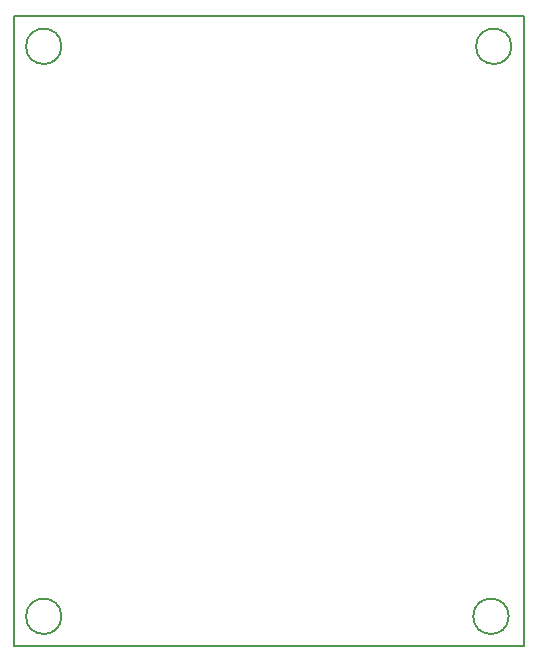
<source format=gbr>
G04 #@! TF.GenerationSoftware,KiCad,Pcbnew,5.0.2+dfsg1-1~bpo9+1*
G04 #@! TF.CreationDate,2019-09-13T19:08:42+10:00*
G04 #@! TF.ProjectId,interface,696e7465-7266-4616-9365-2e6b69636164,rev?*
G04 #@! TF.SameCoordinates,Original*
G04 #@! TF.FileFunction,Profile,NP*
%FSLAX46Y46*%
G04 Gerber Fmt 4.6, Leading zero omitted, Abs format (unit mm)*
G04 Created by KiCad (PCBNEW 5.0.2+dfsg1-1~bpo9+1) date Пт 13 сен 2019 19:08:42*
%MOMM*%
%LPD*%
G01*
G04 APERTURE LIST*
%ADD10C,0.200000*%
%ADD11C,0.150000*%
G04 APERTURE END LIST*
D10*
X133350000Y-104140000D02*
G75*
G03X133350000Y-104140000I-1500000J0D01*
G01*
X95480000Y-104140000D02*
G75*
G03X95480000Y-104140000I-1500000J0D01*
G01*
X133580000Y-55880000D02*
G75*
G03X133580000Y-55880000I-1500000J0D01*
G01*
X95480000Y-55880000D02*
G75*
G03X95480000Y-55880000I-1500000J0D01*
G01*
D11*
X91440000Y-106680000D02*
X91440000Y-53340000D01*
X134620000Y-106680000D02*
X91440000Y-106680000D01*
X134620000Y-53340000D02*
X134620000Y-106680000D01*
X91440000Y-53340000D02*
X134620000Y-53340000D01*
M02*

</source>
